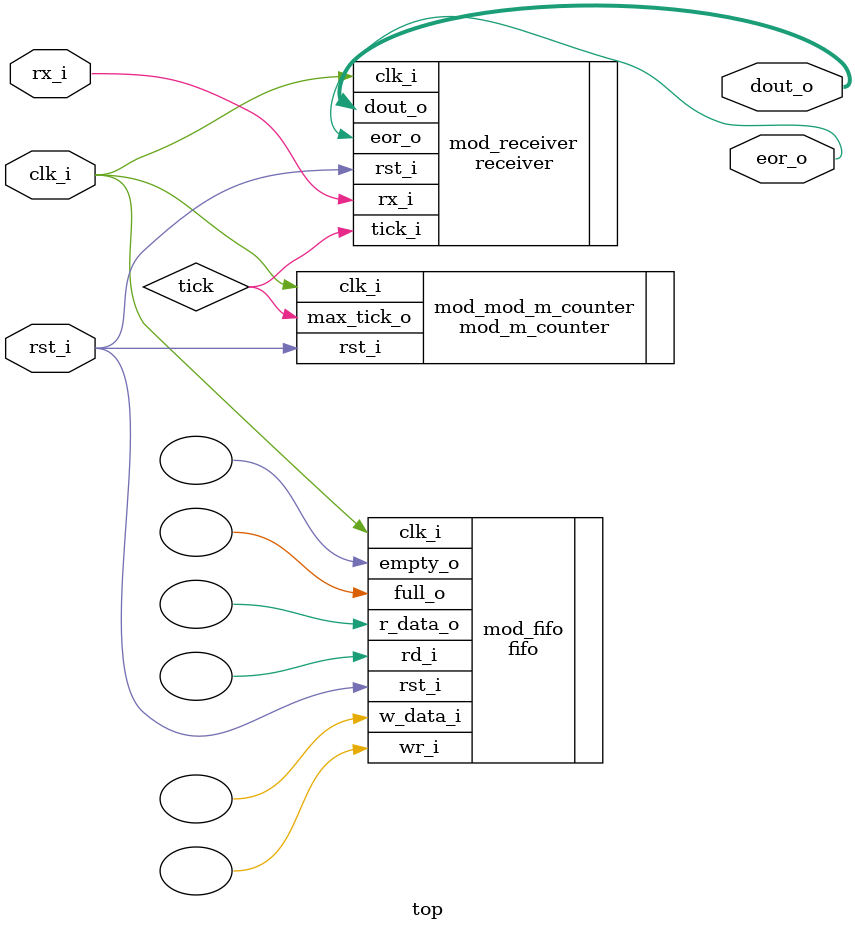
<source format=v>

module top (
  input         rst_i,
  input         clk_i,
  input         rx_i,
  output  [7:0] dout_o,
  output        eor_o
);
  
  wire tick;
  
  mod_m_counter mod_mod_m_counter (
    .clk_i(clk_i),
    .rst_i(rst_i),
    .max_tick_o(tick)
  );
  
  receiver mod_receiver ( 
    .clk_i(clk_i),
    .rst_i(rst_i),
    .rx_i(rx_i),
    .tick_i(tick),
    .eor_o(eor_o),
    .dout_o(dout_o)
  );
  
  fifo #(
    .Width(8), 
    .AddrBits(3)
  ) mod_fifo ( 
    .clk_i(clk_i),
    .rst_i(rst_i),
    .wr_i(),
    .rd_i(),
    .w_data_i(),
    .r_data_o(),
    .empty_o(),
    .full_o()
  );

endmodule

</source>
